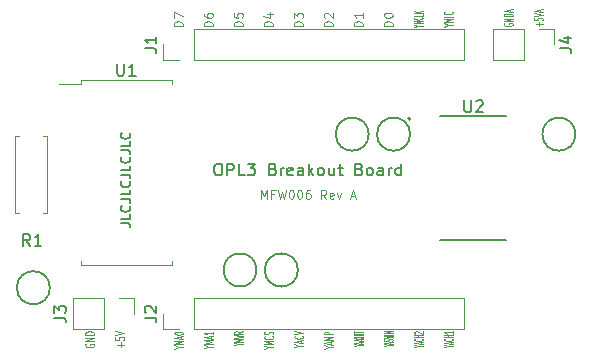
<source format=gbr>
G04 #@! TF.GenerationSoftware,KiCad,Pcbnew,(5.1.7-0-10_14)*
G04 #@! TF.CreationDate,2020-12-22T12:26:46-08:00*
G04 #@! TF.ProjectId,OPL3_breakout,4f504c33-5f62-4726-9561-6b6f75742e6b,1*
G04 #@! TF.SameCoordinates,Original*
G04 #@! TF.FileFunction,Legend,Top*
G04 #@! TF.FilePolarity,Positive*
%FSLAX46Y46*%
G04 Gerber Fmt 4.6, Leading zero omitted, Abs format (unit mm)*
G04 Created by KiCad (PCBNEW (5.1.7-0-10_14)) date 2020-12-22 12:26:46*
%MOMM*%
%LPD*%
G01*
G04 APERTURE LIST*
%ADD10C,0.100000*%
%ADD11C,0.062500*%
%ADD12C,0.075000*%
%ADD13C,0.150000*%
%ADD14C,0.120000*%
%ADD15C,0.127000*%
%ADD16C,0.200000*%
%ADD17C,2.000000*%
%ADD18O,1.600000X1.600000*%
%ADD19C,1.600000*%
%ADD20O,1.700000X1.700000*%
%ADD21R,1.700000X1.700000*%
%ADD22R,1.970000X0.610000*%
G04 APERTURE END LIST*
D10*
X137425000Y-111754047D02*
X137389285Y-111801666D01*
X137389285Y-111873095D01*
X137425000Y-111944523D01*
X137496428Y-111992142D01*
X137567857Y-112015952D01*
X137710714Y-112039761D01*
X137817857Y-112039761D01*
X137960714Y-112015952D01*
X138032142Y-111992142D01*
X138103571Y-111944523D01*
X138139285Y-111873095D01*
X138139285Y-111825476D01*
X138103571Y-111754047D01*
X138067857Y-111730238D01*
X137817857Y-111730238D01*
X137817857Y-111825476D01*
X138139285Y-111515952D02*
X137389285Y-111515952D01*
X138139285Y-111230238D01*
X137389285Y-111230238D01*
X138139285Y-110992142D02*
X137389285Y-110992142D01*
X137389285Y-110873095D01*
X137425000Y-110801666D01*
X137496428Y-110754047D01*
X137567857Y-110730238D01*
X137710714Y-110706428D01*
X137817857Y-110706428D01*
X137960714Y-110730238D01*
X138032142Y-110754047D01*
X138103571Y-110801666D01*
X138139285Y-110873095D01*
X138139285Y-110992142D01*
X140393571Y-112015952D02*
X140393571Y-111635000D01*
X140679285Y-111825476D02*
X140107857Y-111825476D01*
X139929285Y-111158809D02*
X139929285Y-111396904D01*
X140286428Y-111420714D01*
X140250714Y-111396904D01*
X140215000Y-111349285D01*
X140215000Y-111230238D01*
X140250714Y-111182619D01*
X140286428Y-111158809D01*
X140357857Y-111135000D01*
X140536428Y-111135000D01*
X140607857Y-111158809D01*
X140643571Y-111182619D01*
X140679285Y-111230238D01*
X140679285Y-111349285D01*
X140643571Y-111396904D01*
X140607857Y-111420714D01*
X139929285Y-110992142D02*
X140679285Y-110825476D01*
X139929285Y-110658809D01*
D11*
X160562142Y-111890625D02*
X160919285Y-111890625D01*
X160169285Y-111973958D02*
X160562142Y-111890625D01*
X160169285Y-111807291D01*
X160705000Y-111735863D02*
X160705000Y-111616815D01*
X160919285Y-111759672D02*
X160169285Y-111676339D01*
X160919285Y-111593005D01*
X160705000Y-111521577D02*
X160705000Y-111402529D01*
X160919285Y-111545386D02*
X160169285Y-111462053D01*
X160919285Y-111378720D01*
X160169285Y-111247767D02*
X160169285Y-111200148D01*
X160205000Y-111176339D01*
X160276428Y-111152529D01*
X160419285Y-111140625D01*
X160669285Y-111140625D01*
X160812142Y-111152529D01*
X160883571Y-111176339D01*
X160919285Y-111200148D01*
X160919285Y-111247767D01*
X160883571Y-111271577D01*
X160812142Y-111295386D01*
X160669285Y-111307291D01*
X160419285Y-111307291D01*
X160276428Y-111295386D01*
X160205000Y-111271577D01*
X160169285Y-111247767D01*
X160169285Y-111033482D02*
X160776428Y-111033482D01*
X160847857Y-111021577D01*
X160883571Y-111009672D01*
X160919285Y-110985863D01*
X160919285Y-110938244D01*
X160883571Y-110914434D01*
X160847857Y-110902529D01*
X160776428Y-110890625D01*
X160169285Y-110890625D01*
X160169285Y-110807291D02*
X160169285Y-110664434D01*
X160919285Y-110735863D02*
X160169285Y-110735863D01*
D12*
X152942142Y-112058273D02*
X153299285Y-112058273D01*
X152549285Y-112191607D02*
X152942142Y-112058273D01*
X152549285Y-111924940D01*
X153299285Y-111791607D02*
X152549285Y-111791607D01*
X153085000Y-111658273D01*
X152549285Y-111524940D01*
X153299285Y-111524940D01*
X153227857Y-111105892D02*
X153263571Y-111124940D01*
X153299285Y-111182083D01*
X153299285Y-111220178D01*
X153263571Y-111277321D01*
X153192142Y-111315416D01*
X153120714Y-111334464D01*
X152977857Y-111353511D01*
X152870714Y-111353511D01*
X152727857Y-111334464D01*
X152656428Y-111315416D01*
X152585000Y-111277321D01*
X152549285Y-111220178D01*
X152549285Y-111182083D01*
X152585000Y-111124940D01*
X152620714Y-111105892D01*
X153263571Y-110953511D02*
X153299285Y-110896369D01*
X153299285Y-110801130D01*
X153263571Y-110763035D01*
X153227857Y-110743988D01*
X153156428Y-110724940D01*
X153085000Y-110724940D01*
X153013571Y-110743988D01*
X152977857Y-110763035D01*
X152942142Y-110801130D01*
X152906428Y-110877321D01*
X152870714Y-110915416D01*
X152835000Y-110934464D01*
X152763571Y-110953511D01*
X152692142Y-110953511D01*
X152620714Y-110934464D01*
X152585000Y-110915416D01*
X152549285Y-110877321D01*
X152549285Y-110782083D01*
X152585000Y-110724940D01*
D11*
X163082142Y-111866815D02*
X163439285Y-111866815D01*
X162689285Y-111950148D02*
X163082142Y-111866815D01*
X162689285Y-111783482D01*
X163225000Y-111712053D02*
X163225000Y-111593005D01*
X163439285Y-111735863D02*
X162689285Y-111652529D01*
X163439285Y-111569196D01*
X163403571Y-111497767D02*
X163439285Y-111462053D01*
X163439285Y-111402529D01*
X163403571Y-111378720D01*
X163367857Y-111366815D01*
X163296428Y-111354910D01*
X163225000Y-111354910D01*
X163153571Y-111366815D01*
X163117857Y-111378720D01*
X163082142Y-111402529D01*
X163046428Y-111450148D01*
X163010714Y-111473958D01*
X162975000Y-111485863D01*
X162903571Y-111497767D01*
X162832142Y-111497767D01*
X162760714Y-111485863D01*
X162725000Y-111473958D01*
X162689285Y-111450148D01*
X162689285Y-111390625D01*
X162725000Y-111354910D01*
X162689285Y-111271577D02*
X163439285Y-111212053D01*
X162903571Y-111164434D01*
X163439285Y-111116815D01*
X162689285Y-111057291D01*
X163439285Y-110962053D02*
X162689285Y-110962053D01*
X163439285Y-110843005D02*
X162689285Y-110843005D01*
X163439285Y-110700148D01*
X162689285Y-110700148D01*
D12*
X147862142Y-112001130D02*
X148219285Y-112001130D01*
X147469285Y-112134464D02*
X147862142Y-112001130D01*
X147469285Y-111867797D01*
X148219285Y-111734464D02*
X147469285Y-111734464D01*
X148005000Y-111601130D01*
X147469285Y-111467797D01*
X148219285Y-111467797D01*
X148005000Y-111296369D02*
X148005000Y-111105892D01*
X148219285Y-111334464D02*
X147469285Y-111201130D01*
X148219285Y-111067797D01*
X148219285Y-110724940D02*
X148219285Y-110953511D01*
X148219285Y-110839226D02*
X147469285Y-110839226D01*
X147576428Y-110877321D01*
X147647857Y-110915416D01*
X147683571Y-110953511D01*
D10*
X145322142Y-112017380D02*
X145679285Y-112017380D01*
X144929285Y-112150714D02*
X145322142Y-112017380D01*
X144929285Y-111884047D01*
X145679285Y-111750714D02*
X144929285Y-111750714D01*
X145465000Y-111617380D01*
X144929285Y-111484047D01*
X145679285Y-111484047D01*
X145465000Y-111312619D02*
X145465000Y-111122142D01*
X145679285Y-111350714D02*
X144929285Y-111217380D01*
X145679285Y-111084047D01*
X144929285Y-110874523D02*
X144929285Y-110836428D01*
X144965000Y-110798333D01*
X145000714Y-110779285D01*
X145072142Y-110760238D01*
X145215000Y-110741190D01*
X145393571Y-110741190D01*
X145536428Y-110760238D01*
X145607857Y-110779285D01*
X145643571Y-110798333D01*
X145679285Y-110836428D01*
X145679285Y-110874523D01*
X145643571Y-110912619D01*
X145607857Y-110931666D01*
X145536428Y-110950714D01*
X145393571Y-110969761D01*
X145215000Y-110969761D01*
X145072142Y-110950714D01*
X145000714Y-110931666D01*
X144965000Y-110912619D01*
X144929285Y-110874523D01*
D12*
X158022142Y-112020178D02*
X158379285Y-112020178D01*
X157629285Y-112153511D02*
X158022142Y-112020178D01*
X157629285Y-111886845D01*
X158165000Y-111772559D02*
X158165000Y-111582083D01*
X158379285Y-111810654D02*
X157629285Y-111677321D01*
X158379285Y-111543988D01*
X158379285Y-111410654D02*
X157629285Y-111410654D01*
X158165000Y-111277321D01*
X157629285Y-111143988D01*
X158379285Y-111143988D01*
X158379285Y-110953511D02*
X157629285Y-110953511D01*
X157629285Y-110801130D01*
X157665000Y-110763035D01*
X157700714Y-110743988D01*
X157772142Y-110724940D01*
X157879285Y-110724940D01*
X157950714Y-110743988D01*
X157986428Y-110763035D01*
X158022142Y-110801130D01*
X158022142Y-110953511D01*
X155482142Y-111905892D02*
X155839285Y-111905892D01*
X155089285Y-112039226D02*
X155482142Y-111905892D01*
X155089285Y-111772559D01*
X155625000Y-111658273D02*
X155625000Y-111467797D01*
X155839285Y-111696369D02*
X155089285Y-111563035D01*
X155839285Y-111429702D01*
X155767857Y-111067797D02*
X155803571Y-111086845D01*
X155839285Y-111143988D01*
X155839285Y-111182083D01*
X155803571Y-111239226D01*
X155732142Y-111277321D01*
X155660714Y-111296369D01*
X155517857Y-111315416D01*
X155410714Y-111315416D01*
X155267857Y-111296369D01*
X155196428Y-111277321D01*
X155125000Y-111239226D01*
X155089285Y-111182083D01*
X155089285Y-111143988D01*
X155125000Y-111086845D01*
X155160714Y-111067797D01*
X155089285Y-110953511D02*
X155839285Y-110820178D01*
X155089285Y-110686845D01*
X168182142Y-111934464D02*
X168539285Y-111934464D01*
X167789285Y-112034464D02*
X168182142Y-111934464D01*
X167789285Y-111834464D01*
X168325000Y-111748750D02*
X168325000Y-111605892D01*
X168539285Y-111777321D02*
X167789285Y-111677321D01*
X168539285Y-111577321D01*
X168467857Y-111305892D02*
X168503571Y-111320178D01*
X168539285Y-111363035D01*
X168539285Y-111391607D01*
X168503571Y-111434464D01*
X168432142Y-111463035D01*
X168360714Y-111477321D01*
X168217857Y-111491607D01*
X168110714Y-111491607D01*
X167967857Y-111477321D01*
X167896428Y-111463035D01*
X167825000Y-111434464D01*
X167789285Y-111391607D01*
X167789285Y-111363035D01*
X167825000Y-111320178D01*
X167860714Y-111305892D01*
X168539285Y-111177321D02*
X167789285Y-111177321D01*
X168146428Y-111177321D02*
X168146428Y-111005892D01*
X168539285Y-111005892D02*
X167789285Y-111005892D01*
X168539285Y-110705892D02*
X168539285Y-110877321D01*
X168539285Y-110791607D02*
X167789285Y-110791607D01*
X167896428Y-110820178D01*
X167967857Y-110848750D01*
X168003571Y-110877321D01*
X165642142Y-111934464D02*
X165999285Y-111934464D01*
X165249285Y-112034464D02*
X165642142Y-111934464D01*
X165249285Y-111834464D01*
X165785000Y-111748750D02*
X165785000Y-111605892D01*
X165999285Y-111777321D02*
X165249285Y-111677321D01*
X165999285Y-111577321D01*
X165927857Y-111305892D02*
X165963571Y-111320178D01*
X165999285Y-111363035D01*
X165999285Y-111391607D01*
X165963571Y-111434464D01*
X165892142Y-111463035D01*
X165820714Y-111477321D01*
X165677857Y-111491607D01*
X165570714Y-111491607D01*
X165427857Y-111477321D01*
X165356428Y-111463035D01*
X165285000Y-111434464D01*
X165249285Y-111391607D01*
X165249285Y-111363035D01*
X165285000Y-111320178D01*
X165320714Y-111305892D01*
X165999285Y-111177321D02*
X165249285Y-111177321D01*
X165606428Y-111177321D02*
X165606428Y-111005892D01*
X165999285Y-111005892D02*
X165249285Y-111005892D01*
X165320714Y-110877321D02*
X165285000Y-110863035D01*
X165249285Y-110834464D01*
X165249285Y-110763035D01*
X165285000Y-110734464D01*
X165320714Y-110720178D01*
X165392142Y-110705892D01*
X165463571Y-110705892D01*
X165570714Y-110720178D01*
X165999285Y-110891607D01*
X165999285Y-110705892D01*
X150402142Y-111763035D02*
X150759285Y-111763035D01*
X150009285Y-111863035D02*
X150402142Y-111763035D01*
X150009285Y-111663035D01*
X150759285Y-111563035D02*
X150009285Y-111563035D01*
X150545000Y-111463035D01*
X150009285Y-111363035D01*
X150759285Y-111363035D01*
X150009285Y-111248750D02*
X150759285Y-111177321D01*
X150223571Y-111120178D01*
X150759285Y-111063035D01*
X150009285Y-110991607D01*
X150759285Y-110705892D02*
X150402142Y-110805892D01*
X150759285Y-110877321D02*
X150009285Y-110877321D01*
X150009285Y-110763035D01*
X150045000Y-110734464D01*
X150080714Y-110720178D01*
X150152142Y-110705892D01*
X150259285Y-110705892D01*
X150330714Y-110720178D01*
X150366428Y-110734464D01*
X150402142Y-110763035D01*
X150402142Y-110877321D01*
D10*
X175833571Y-84839761D02*
X175833571Y-84535000D01*
X176119285Y-84687380D02*
X175547857Y-84687380D01*
X175369285Y-84154047D02*
X175369285Y-84344523D01*
X175726428Y-84363571D01*
X175690714Y-84344523D01*
X175655000Y-84306428D01*
X175655000Y-84211190D01*
X175690714Y-84173095D01*
X175726428Y-84154047D01*
X175797857Y-84135000D01*
X175976428Y-84135000D01*
X176047857Y-84154047D01*
X176083571Y-84173095D01*
X176119285Y-84211190D01*
X176119285Y-84306428D01*
X176083571Y-84344523D01*
X176047857Y-84363571D01*
X175369285Y-84020714D02*
X176119285Y-83887380D01*
X175369285Y-83754047D01*
X175905000Y-83639761D02*
X175905000Y-83449285D01*
X176119285Y-83677857D02*
X175369285Y-83544523D01*
X176119285Y-83411190D01*
X172865000Y-84630238D02*
X172829285Y-84668333D01*
X172829285Y-84725476D01*
X172865000Y-84782619D01*
X172936428Y-84820714D01*
X173007857Y-84839761D01*
X173150714Y-84858809D01*
X173257857Y-84858809D01*
X173400714Y-84839761D01*
X173472142Y-84820714D01*
X173543571Y-84782619D01*
X173579285Y-84725476D01*
X173579285Y-84687380D01*
X173543571Y-84630238D01*
X173507857Y-84611190D01*
X173257857Y-84611190D01*
X173257857Y-84687380D01*
X173579285Y-84439761D02*
X172829285Y-84439761D01*
X173579285Y-84211190D01*
X172829285Y-84211190D01*
X173579285Y-84020714D02*
X172829285Y-84020714D01*
X172829285Y-83925476D01*
X172865000Y-83868333D01*
X172936428Y-83830238D01*
X173007857Y-83811190D01*
X173150714Y-83792142D01*
X173257857Y-83792142D01*
X173400714Y-83811190D01*
X173472142Y-83830238D01*
X173543571Y-83868333D01*
X173579285Y-83925476D01*
X173579285Y-84020714D01*
X173365000Y-83639761D02*
X173365000Y-83449285D01*
X173579285Y-83677857D02*
X172829285Y-83544523D01*
X173579285Y-83411190D01*
X168142142Y-84763571D02*
X168499285Y-84763571D01*
X167749285Y-84896904D02*
X168142142Y-84763571D01*
X167749285Y-84630238D01*
X168499285Y-84496904D02*
X167749285Y-84496904D01*
X168285000Y-84363571D01*
X167749285Y-84230238D01*
X168499285Y-84230238D01*
X168499285Y-84039761D02*
X167749285Y-84039761D01*
X168427857Y-83620714D02*
X168463571Y-83639761D01*
X168499285Y-83696904D01*
X168499285Y-83735000D01*
X168463571Y-83792142D01*
X168392142Y-83830238D01*
X168320714Y-83849285D01*
X168177857Y-83868333D01*
X168070714Y-83868333D01*
X167927857Y-83849285D01*
X167856428Y-83830238D01*
X167785000Y-83792142D01*
X167749285Y-83735000D01*
X167749285Y-83696904D01*
X167785000Y-83639761D01*
X167820714Y-83620714D01*
D12*
X165602142Y-84822678D02*
X165959285Y-84822678D01*
X165209285Y-84922678D02*
X165602142Y-84822678D01*
X165209285Y-84722678D01*
X165959285Y-84622678D02*
X165209285Y-84622678D01*
X165745000Y-84522678D01*
X165209285Y-84422678D01*
X165959285Y-84422678D01*
X165887857Y-84108392D02*
X165923571Y-84122678D01*
X165959285Y-84165535D01*
X165959285Y-84194107D01*
X165923571Y-84236964D01*
X165852142Y-84265535D01*
X165780714Y-84279821D01*
X165637857Y-84294107D01*
X165530714Y-84294107D01*
X165387857Y-84279821D01*
X165316428Y-84265535D01*
X165245000Y-84236964D01*
X165209285Y-84194107D01*
X165209285Y-84165535D01*
X165245000Y-84122678D01*
X165280714Y-84108392D01*
X165959285Y-83836964D02*
X165959285Y-83979821D01*
X165209285Y-83979821D01*
X165959285Y-83736964D02*
X165209285Y-83736964D01*
X165959285Y-83565535D02*
X165530714Y-83694107D01*
X165209285Y-83565535D02*
X165637857Y-83736964D01*
D10*
X163419285Y-84856428D02*
X162669285Y-84856428D01*
X162669285Y-84677857D01*
X162705000Y-84570714D01*
X162776428Y-84499285D01*
X162847857Y-84463571D01*
X162990714Y-84427857D01*
X163097857Y-84427857D01*
X163240714Y-84463571D01*
X163312142Y-84499285D01*
X163383571Y-84570714D01*
X163419285Y-84677857D01*
X163419285Y-84856428D01*
X162669285Y-83963571D02*
X162669285Y-83892142D01*
X162705000Y-83820714D01*
X162740714Y-83785000D01*
X162812142Y-83749285D01*
X162955000Y-83713571D01*
X163133571Y-83713571D01*
X163276428Y-83749285D01*
X163347857Y-83785000D01*
X163383571Y-83820714D01*
X163419285Y-83892142D01*
X163419285Y-83963571D01*
X163383571Y-84035000D01*
X163347857Y-84070714D01*
X163276428Y-84106428D01*
X163133571Y-84142142D01*
X162955000Y-84142142D01*
X162812142Y-84106428D01*
X162740714Y-84070714D01*
X162705000Y-84035000D01*
X162669285Y-83963571D01*
X160879285Y-84856428D02*
X160129285Y-84856428D01*
X160129285Y-84677857D01*
X160165000Y-84570714D01*
X160236428Y-84499285D01*
X160307857Y-84463571D01*
X160450714Y-84427857D01*
X160557857Y-84427857D01*
X160700714Y-84463571D01*
X160772142Y-84499285D01*
X160843571Y-84570714D01*
X160879285Y-84677857D01*
X160879285Y-84856428D01*
X160879285Y-83713571D02*
X160879285Y-84142142D01*
X160879285Y-83927857D02*
X160129285Y-83927857D01*
X160236428Y-83999285D01*
X160307857Y-84070714D01*
X160343571Y-84142142D01*
X158339285Y-84856428D02*
X157589285Y-84856428D01*
X157589285Y-84677857D01*
X157625000Y-84570714D01*
X157696428Y-84499285D01*
X157767857Y-84463571D01*
X157910714Y-84427857D01*
X158017857Y-84427857D01*
X158160714Y-84463571D01*
X158232142Y-84499285D01*
X158303571Y-84570714D01*
X158339285Y-84677857D01*
X158339285Y-84856428D01*
X157660714Y-84142142D02*
X157625000Y-84106428D01*
X157589285Y-84035000D01*
X157589285Y-83856428D01*
X157625000Y-83785000D01*
X157660714Y-83749285D01*
X157732142Y-83713571D01*
X157803571Y-83713571D01*
X157910714Y-83749285D01*
X158339285Y-84177857D01*
X158339285Y-83713571D01*
X155799285Y-84856428D02*
X155049285Y-84856428D01*
X155049285Y-84677857D01*
X155085000Y-84570714D01*
X155156428Y-84499285D01*
X155227857Y-84463571D01*
X155370714Y-84427857D01*
X155477857Y-84427857D01*
X155620714Y-84463571D01*
X155692142Y-84499285D01*
X155763571Y-84570714D01*
X155799285Y-84677857D01*
X155799285Y-84856428D01*
X155049285Y-84177857D02*
X155049285Y-83713571D01*
X155335000Y-83963571D01*
X155335000Y-83856428D01*
X155370714Y-83785000D01*
X155406428Y-83749285D01*
X155477857Y-83713571D01*
X155656428Y-83713571D01*
X155727857Y-83749285D01*
X155763571Y-83785000D01*
X155799285Y-83856428D01*
X155799285Y-84070714D01*
X155763571Y-84142142D01*
X155727857Y-84177857D01*
X153259285Y-84856428D02*
X152509285Y-84856428D01*
X152509285Y-84677857D01*
X152545000Y-84570714D01*
X152616428Y-84499285D01*
X152687857Y-84463571D01*
X152830714Y-84427857D01*
X152937857Y-84427857D01*
X153080714Y-84463571D01*
X153152142Y-84499285D01*
X153223571Y-84570714D01*
X153259285Y-84677857D01*
X153259285Y-84856428D01*
X152759285Y-83785000D02*
X153259285Y-83785000D01*
X152473571Y-83963571D02*
X153009285Y-84142142D01*
X153009285Y-83677857D01*
X150719285Y-84856428D02*
X149969285Y-84856428D01*
X149969285Y-84677857D01*
X150005000Y-84570714D01*
X150076428Y-84499285D01*
X150147857Y-84463571D01*
X150290714Y-84427857D01*
X150397857Y-84427857D01*
X150540714Y-84463571D01*
X150612142Y-84499285D01*
X150683571Y-84570714D01*
X150719285Y-84677857D01*
X150719285Y-84856428D01*
X149969285Y-83749285D02*
X149969285Y-84106428D01*
X150326428Y-84142142D01*
X150290714Y-84106428D01*
X150255000Y-84035000D01*
X150255000Y-83856428D01*
X150290714Y-83785000D01*
X150326428Y-83749285D01*
X150397857Y-83713571D01*
X150576428Y-83713571D01*
X150647857Y-83749285D01*
X150683571Y-83785000D01*
X150719285Y-83856428D01*
X150719285Y-84035000D01*
X150683571Y-84106428D01*
X150647857Y-84142142D01*
X148179285Y-84856428D02*
X147429285Y-84856428D01*
X147429285Y-84677857D01*
X147465000Y-84570714D01*
X147536428Y-84499285D01*
X147607857Y-84463571D01*
X147750714Y-84427857D01*
X147857857Y-84427857D01*
X148000714Y-84463571D01*
X148072142Y-84499285D01*
X148143571Y-84570714D01*
X148179285Y-84677857D01*
X148179285Y-84856428D01*
X147429285Y-83785000D02*
X147429285Y-83927857D01*
X147465000Y-83999285D01*
X147500714Y-84035000D01*
X147607857Y-84106428D01*
X147750714Y-84142142D01*
X148036428Y-84142142D01*
X148107857Y-84106428D01*
X148143571Y-84070714D01*
X148179285Y-83999285D01*
X148179285Y-83856428D01*
X148143571Y-83785000D01*
X148107857Y-83749285D01*
X148036428Y-83713571D01*
X147857857Y-83713571D01*
X147786428Y-83749285D01*
X147750714Y-83785000D01*
X147715000Y-83856428D01*
X147715000Y-83999285D01*
X147750714Y-84070714D01*
X147786428Y-84106428D01*
X147857857Y-84142142D01*
X145639285Y-84856428D02*
X144889285Y-84856428D01*
X144889285Y-84677857D01*
X144925000Y-84570714D01*
X144996428Y-84499285D01*
X145067857Y-84463571D01*
X145210714Y-84427857D01*
X145317857Y-84427857D01*
X145460714Y-84463571D01*
X145532142Y-84499285D01*
X145603571Y-84570714D01*
X145639285Y-84677857D01*
X145639285Y-84856428D01*
X144889285Y-84177857D02*
X144889285Y-83677857D01*
X145639285Y-83999285D01*
X152307571Y-99469285D02*
X152307571Y-98719285D01*
X152557571Y-99255000D01*
X152807571Y-98719285D01*
X152807571Y-99469285D01*
X153414714Y-99076428D02*
X153164714Y-99076428D01*
X153164714Y-99469285D02*
X153164714Y-98719285D01*
X153521857Y-98719285D01*
X153736142Y-98719285D02*
X153914714Y-99469285D01*
X154057571Y-98933571D01*
X154200428Y-99469285D01*
X154379000Y-98719285D01*
X154807571Y-98719285D02*
X154879000Y-98719285D01*
X154950428Y-98755000D01*
X154986142Y-98790714D01*
X155021857Y-98862142D01*
X155057571Y-99005000D01*
X155057571Y-99183571D01*
X155021857Y-99326428D01*
X154986142Y-99397857D01*
X154950428Y-99433571D01*
X154879000Y-99469285D01*
X154807571Y-99469285D01*
X154736142Y-99433571D01*
X154700428Y-99397857D01*
X154664714Y-99326428D01*
X154629000Y-99183571D01*
X154629000Y-99005000D01*
X154664714Y-98862142D01*
X154700428Y-98790714D01*
X154736142Y-98755000D01*
X154807571Y-98719285D01*
X155521857Y-98719285D02*
X155593285Y-98719285D01*
X155664714Y-98755000D01*
X155700428Y-98790714D01*
X155736142Y-98862142D01*
X155771857Y-99005000D01*
X155771857Y-99183571D01*
X155736142Y-99326428D01*
X155700428Y-99397857D01*
X155664714Y-99433571D01*
X155593285Y-99469285D01*
X155521857Y-99469285D01*
X155450428Y-99433571D01*
X155414714Y-99397857D01*
X155379000Y-99326428D01*
X155343285Y-99183571D01*
X155343285Y-99005000D01*
X155379000Y-98862142D01*
X155414714Y-98790714D01*
X155450428Y-98755000D01*
X155521857Y-98719285D01*
X156414714Y-98719285D02*
X156271857Y-98719285D01*
X156200428Y-98755000D01*
X156164714Y-98790714D01*
X156093285Y-98897857D01*
X156057571Y-99040714D01*
X156057571Y-99326428D01*
X156093285Y-99397857D01*
X156129000Y-99433571D01*
X156200428Y-99469285D01*
X156343285Y-99469285D01*
X156414714Y-99433571D01*
X156450428Y-99397857D01*
X156486142Y-99326428D01*
X156486142Y-99147857D01*
X156450428Y-99076428D01*
X156414714Y-99040714D01*
X156343285Y-99005000D01*
X156200428Y-99005000D01*
X156129000Y-99040714D01*
X156093285Y-99076428D01*
X156057571Y-99147857D01*
X157807571Y-99469285D02*
X157557571Y-99112142D01*
X157379000Y-99469285D02*
X157379000Y-98719285D01*
X157664714Y-98719285D01*
X157736142Y-98755000D01*
X157771857Y-98790714D01*
X157807571Y-98862142D01*
X157807571Y-98969285D01*
X157771857Y-99040714D01*
X157736142Y-99076428D01*
X157664714Y-99112142D01*
X157379000Y-99112142D01*
X158414714Y-99433571D02*
X158343285Y-99469285D01*
X158200428Y-99469285D01*
X158129000Y-99433571D01*
X158093285Y-99362142D01*
X158093285Y-99076428D01*
X158129000Y-99005000D01*
X158200428Y-98969285D01*
X158343285Y-98969285D01*
X158414714Y-99005000D01*
X158450428Y-99076428D01*
X158450428Y-99147857D01*
X158093285Y-99219285D01*
X158700428Y-98969285D02*
X158879000Y-99469285D01*
X159057571Y-98969285D01*
X159879000Y-99255000D02*
X160236142Y-99255000D01*
X159807571Y-99469285D02*
X160057571Y-98719285D01*
X160307571Y-99469285D01*
D13*
X148563523Y-96492380D02*
X148754000Y-96492380D01*
X148849238Y-96540000D01*
X148944476Y-96635238D01*
X148992095Y-96825714D01*
X148992095Y-97159047D01*
X148944476Y-97349523D01*
X148849238Y-97444761D01*
X148754000Y-97492380D01*
X148563523Y-97492380D01*
X148468285Y-97444761D01*
X148373047Y-97349523D01*
X148325428Y-97159047D01*
X148325428Y-96825714D01*
X148373047Y-96635238D01*
X148468285Y-96540000D01*
X148563523Y-96492380D01*
X149420666Y-97492380D02*
X149420666Y-96492380D01*
X149801619Y-96492380D01*
X149896857Y-96540000D01*
X149944476Y-96587619D01*
X149992095Y-96682857D01*
X149992095Y-96825714D01*
X149944476Y-96920952D01*
X149896857Y-96968571D01*
X149801619Y-97016190D01*
X149420666Y-97016190D01*
X150896857Y-97492380D02*
X150420666Y-97492380D01*
X150420666Y-96492380D01*
X151134952Y-96492380D02*
X151754000Y-96492380D01*
X151420666Y-96873333D01*
X151563523Y-96873333D01*
X151658761Y-96920952D01*
X151706380Y-96968571D01*
X151754000Y-97063809D01*
X151754000Y-97301904D01*
X151706380Y-97397142D01*
X151658761Y-97444761D01*
X151563523Y-97492380D01*
X151277809Y-97492380D01*
X151182571Y-97444761D01*
X151134952Y-97397142D01*
X153277809Y-96968571D02*
X153420666Y-97016190D01*
X153468285Y-97063809D01*
X153515904Y-97159047D01*
X153515904Y-97301904D01*
X153468285Y-97397142D01*
X153420666Y-97444761D01*
X153325428Y-97492380D01*
X152944476Y-97492380D01*
X152944476Y-96492380D01*
X153277809Y-96492380D01*
X153373047Y-96540000D01*
X153420666Y-96587619D01*
X153468285Y-96682857D01*
X153468285Y-96778095D01*
X153420666Y-96873333D01*
X153373047Y-96920952D01*
X153277809Y-96968571D01*
X152944476Y-96968571D01*
X153944476Y-97492380D02*
X153944476Y-96825714D01*
X153944476Y-97016190D02*
X153992095Y-96920952D01*
X154039714Y-96873333D01*
X154134952Y-96825714D01*
X154230190Y-96825714D01*
X154944476Y-97444761D02*
X154849238Y-97492380D01*
X154658761Y-97492380D01*
X154563523Y-97444761D01*
X154515904Y-97349523D01*
X154515904Y-96968571D01*
X154563523Y-96873333D01*
X154658761Y-96825714D01*
X154849238Y-96825714D01*
X154944476Y-96873333D01*
X154992095Y-96968571D01*
X154992095Y-97063809D01*
X154515904Y-97159047D01*
X155849238Y-97492380D02*
X155849238Y-96968571D01*
X155801619Y-96873333D01*
X155706380Y-96825714D01*
X155515904Y-96825714D01*
X155420666Y-96873333D01*
X155849238Y-97444761D02*
X155754000Y-97492380D01*
X155515904Y-97492380D01*
X155420666Y-97444761D01*
X155373047Y-97349523D01*
X155373047Y-97254285D01*
X155420666Y-97159047D01*
X155515904Y-97111428D01*
X155754000Y-97111428D01*
X155849238Y-97063809D01*
X156325428Y-97492380D02*
X156325428Y-96492380D01*
X156420666Y-97111428D02*
X156706380Y-97492380D01*
X156706380Y-96825714D02*
X156325428Y-97206666D01*
X157277809Y-97492380D02*
X157182571Y-97444761D01*
X157134952Y-97397142D01*
X157087333Y-97301904D01*
X157087333Y-97016190D01*
X157134952Y-96920952D01*
X157182571Y-96873333D01*
X157277809Y-96825714D01*
X157420666Y-96825714D01*
X157515904Y-96873333D01*
X157563523Y-96920952D01*
X157611142Y-97016190D01*
X157611142Y-97301904D01*
X157563523Y-97397142D01*
X157515904Y-97444761D01*
X157420666Y-97492380D01*
X157277809Y-97492380D01*
X158468285Y-96825714D02*
X158468285Y-97492380D01*
X158039714Y-96825714D02*
X158039714Y-97349523D01*
X158087333Y-97444761D01*
X158182571Y-97492380D01*
X158325428Y-97492380D01*
X158420666Y-97444761D01*
X158468285Y-97397142D01*
X158801619Y-96825714D02*
X159182571Y-96825714D01*
X158944476Y-96492380D02*
X158944476Y-97349523D01*
X158992095Y-97444761D01*
X159087333Y-97492380D01*
X159182571Y-97492380D01*
X160611142Y-96968571D02*
X160754000Y-97016190D01*
X160801619Y-97063809D01*
X160849238Y-97159047D01*
X160849238Y-97301904D01*
X160801619Y-97397142D01*
X160754000Y-97444761D01*
X160658761Y-97492380D01*
X160277809Y-97492380D01*
X160277809Y-96492380D01*
X160611142Y-96492380D01*
X160706380Y-96540000D01*
X160754000Y-96587619D01*
X160801619Y-96682857D01*
X160801619Y-96778095D01*
X160754000Y-96873333D01*
X160706380Y-96920952D01*
X160611142Y-96968571D01*
X160277809Y-96968571D01*
X161420666Y-97492380D02*
X161325428Y-97444761D01*
X161277809Y-97397142D01*
X161230190Y-97301904D01*
X161230190Y-97016190D01*
X161277809Y-96920952D01*
X161325428Y-96873333D01*
X161420666Y-96825714D01*
X161563523Y-96825714D01*
X161658761Y-96873333D01*
X161706380Y-96920952D01*
X161754000Y-97016190D01*
X161754000Y-97301904D01*
X161706380Y-97397142D01*
X161658761Y-97444761D01*
X161563523Y-97492380D01*
X161420666Y-97492380D01*
X162611142Y-97492380D02*
X162611142Y-96968571D01*
X162563523Y-96873333D01*
X162468285Y-96825714D01*
X162277809Y-96825714D01*
X162182571Y-96873333D01*
X162611142Y-97444761D02*
X162515904Y-97492380D01*
X162277809Y-97492380D01*
X162182571Y-97444761D01*
X162134952Y-97349523D01*
X162134952Y-97254285D01*
X162182571Y-97159047D01*
X162277809Y-97111428D01*
X162515904Y-97111428D01*
X162611142Y-97063809D01*
X163087333Y-97492380D02*
X163087333Y-96825714D01*
X163087333Y-97016190D02*
X163134952Y-96920952D01*
X163182571Y-96873333D01*
X163277809Y-96825714D01*
X163373047Y-96825714D01*
X164134952Y-97492380D02*
X164134952Y-96492380D01*
X164134952Y-97444761D02*
X164039714Y-97492380D01*
X163849238Y-97492380D01*
X163754000Y-97444761D01*
X163706380Y-97397142D01*
X163658761Y-97301904D01*
X163658761Y-97016190D01*
X163706380Y-96920952D01*
X163754000Y-96873333D01*
X163849238Y-96825714D01*
X164039714Y-96825714D01*
X164134952Y-96873333D01*
X140423904Y-101541238D02*
X140995333Y-101541238D01*
X141109619Y-101579333D01*
X141185809Y-101655523D01*
X141223904Y-101769809D01*
X141223904Y-101846000D01*
X141223904Y-100779333D02*
X141223904Y-101160285D01*
X140423904Y-101160285D01*
X141147714Y-100055523D02*
X141185809Y-100093619D01*
X141223904Y-100207904D01*
X141223904Y-100284095D01*
X141185809Y-100398380D01*
X141109619Y-100474571D01*
X141033428Y-100512666D01*
X140881047Y-100550761D01*
X140766761Y-100550761D01*
X140614380Y-100512666D01*
X140538190Y-100474571D01*
X140462000Y-100398380D01*
X140423904Y-100284095D01*
X140423904Y-100207904D01*
X140462000Y-100093619D01*
X140500095Y-100055523D01*
X140423904Y-99484095D02*
X140995333Y-99484095D01*
X141109619Y-99522190D01*
X141185809Y-99598380D01*
X141223904Y-99712666D01*
X141223904Y-99788857D01*
X141223904Y-98722190D02*
X141223904Y-99103142D01*
X140423904Y-99103142D01*
X141147714Y-97998380D02*
X141185809Y-98036476D01*
X141223904Y-98150761D01*
X141223904Y-98226952D01*
X141185809Y-98341238D01*
X141109619Y-98417428D01*
X141033428Y-98455523D01*
X140881047Y-98493619D01*
X140766761Y-98493619D01*
X140614380Y-98455523D01*
X140538190Y-98417428D01*
X140462000Y-98341238D01*
X140423904Y-98226952D01*
X140423904Y-98150761D01*
X140462000Y-98036476D01*
X140500095Y-97998380D01*
X140423904Y-97426952D02*
X140995333Y-97426952D01*
X141109619Y-97465047D01*
X141185809Y-97541238D01*
X141223904Y-97655523D01*
X141223904Y-97731714D01*
X141223904Y-96665047D02*
X141223904Y-97046000D01*
X140423904Y-97046000D01*
X141147714Y-95941238D02*
X141185809Y-95979333D01*
X141223904Y-96093619D01*
X141223904Y-96169809D01*
X141185809Y-96284095D01*
X141109619Y-96360285D01*
X141033428Y-96398380D01*
X140881047Y-96436476D01*
X140766761Y-96436476D01*
X140614380Y-96398380D01*
X140538190Y-96360285D01*
X140462000Y-96284095D01*
X140423904Y-96169809D01*
X140423904Y-96093619D01*
X140462000Y-95979333D01*
X140500095Y-95941238D01*
X140423904Y-95369809D02*
X140995333Y-95369809D01*
X141109619Y-95407904D01*
X141185809Y-95484095D01*
X141223904Y-95598380D01*
X141223904Y-95674571D01*
X141223904Y-94607904D02*
X141223904Y-94988857D01*
X140423904Y-94988857D01*
X141147714Y-93884095D02*
X141185809Y-93922190D01*
X141223904Y-94036476D01*
X141223904Y-94112666D01*
X141185809Y-94226952D01*
X141109619Y-94303142D01*
X141033428Y-94341238D01*
X140881047Y-94379333D01*
X140766761Y-94379333D01*
X140614380Y-94341238D01*
X140538190Y-94303142D01*
X140462000Y-94226952D01*
X140423904Y-94112666D01*
X140423904Y-94036476D01*
X140462000Y-93922190D01*
X140500095Y-93884095D01*
X151900000Y-105500000D02*
G75*
G03*
X151900000Y-105500000I-1400000J0D01*
G01*
X155400000Y-105500000D02*
G75*
G03*
X155400000Y-105500000I-1400000J0D01*
G01*
X134400000Y-107000000D02*
G75*
G03*
X134400000Y-107000000I-1400000J0D01*
G01*
X178900000Y-94000000D02*
G75*
G03*
X178900000Y-94000000I-1400000J0D01*
G01*
X161400000Y-94000000D02*
G75*
G03*
X161400000Y-94000000I-1400000J0D01*
G01*
X164900000Y-94000000D02*
G75*
G03*
X164900000Y-94000000I-1400000J0D01*
G01*
D14*
X131430000Y-100680000D02*
X131760000Y-100680000D01*
X131430000Y-94140000D02*
X131430000Y-100680000D01*
X131760000Y-94140000D02*
X131430000Y-94140000D01*
X134170000Y-100680000D02*
X133840000Y-100680000D01*
X134170000Y-94140000D02*
X134170000Y-100680000D01*
X133840000Y-94140000D02*
X134170000Y-94140000D01*
X177110000Y-85070000D02*
X177110000Y-86400000D01*
X175780000Y-85070000D02*
X177110000Y-85070000D01*
X174510000Y-85070000D02*
X174510000Y-87730000D01*
X174510000Y-87730000D02*
X171910000Y-87730000D01*
X174510000Y-85070000D02*
X171910000Y-85070000D01*
X171910000Y-85070000D02*
X171910000Y-87730000D01*
X141550000Y-107870000D02*
X141550000Y-109200000D01*
X140220000Y-107870000D02*
X141550000Y-107870000D01*
X138950000Y-107870000D02*
X138950000Y-110530000D01*
X138950000Y-110530000D02*
X136350000Y-110530000D01*
X138950000Y-107870000D02*
X136350000Y-107870000D01*
X136350000Y-107870000D02*
X136350000Y-110530000D01*
X143970000Y-110530000D02*
X143970000Y-109200000D01*
X145300000Y-110530000D02*
X143970000Y-110530000D01*
X146570000Y-110530000D02*
X146570000Y-107870000D01*
X146570000Y-107870000D02*
X169490000Y-107870000D01*
X146570000Y-110530000D02*
X169490000Y-110530000D01*
X169490000Y-110530000D02*
X169490000Y-107870000D01*
X143970000Y-87730000D02*
X143970000Y-86400000D01*
X145300000Y-87730000D02*
X143970000Y-87730000D01*
X146570000Y-87730000D02*
X146570000Y-85070000D01*
X146570000Y-85070000D02*
X169490000Y-85070000D01*
X146570000Y-87730000D02*
X169490000Y-87730000D01*
X169490000Y-87730000D02*
X169490000Y-85070000D01*
D15*
X167462000Y-102996000D02*
X173062000Y-102996000D01*
X167462000Y-92496000D02*
X173062000Y-92496000D01*
D16*
X164927000Y-92691000D02*
G75*
G03*
X164927000Y-92691000I-100000J0D01*
G01*
D14*
X137002000Y-89726000D02*
X135212000Y-89726000D01*
X137002000Y-89436000D02*
X137002000Y-89726000D01*
X140862000Y-89436000D02*
X137002000Y-89436000D01*
X144722000Y-89436000D02*
X144722000Y-89726000D01*
X140862000Y-89436000D02*
X144722000Y-89436000D01*
X137002000Y-105056000D02*
X137002000Y-104766000D01*
X140862000Y-105056000D02*
X137002000Y-105056000D01*
X144722000Y-105056000D02*
X144722000Y-104766000D01*
X140862000Y-105056000D02*
X144722000Y-105056000D01*
D13*
X132733333Y-103452380D02*
X132400000Y-102976190D01*
X132161904Y-103452380D02*
X132161904Y-102452380D01*
X132542857Y-102452380D01*
X132638095Y-102500000D01*
X132685714Y-102547619D01*
X132733333Y-102642857D01*
X132733333Y-102785714D01*
X132685714Y-102880952D01*
X132638095Y-102928571D01*
X132542857Y-102976190D01*
X132161904Y-102976190D01*
X133685714Y-103452380D02*
X133114285Y-103452380D01*
X133400000Y-103452380D02*
X133400000Y-102452380D01*
X133304761Y-102595238D01*
X133209523Y-102690476D01*
X133114285Y-102738095D01*
X177562380Y-86733333D02*
X178276666Y-86733333D01*
X178419523Y-86780952D01*
X178514761Y-86876190D01*
X178562380Y-87019047D01*
X178562380Y-87114285D01*
X177895714Y-85828571D02*
X178562380Y-85828571D01*
X177514761Y-86066666D02*
X178229047Y-86304761D01*
X178229047Y-85685714D01*
X134752380Y-109533333D02*
X135466666Y-109533333D01*
X135609523Y-109580952D01*
X135704761Y-109676190D01*
X135752380Y-109819047D01*
X135752380Y-109914285D01*
X134752380Y-109152380D02*
X134752380Y-108533333D01*
X135133333Y-108866666D01*
X135133333Y-108723809D01*
X135180952Y-108628571D01*
X135228571Y-108580952D01*
X135323809Y-108533333D01*
X135561904Y-108533333D01*
X135657142Y-108580952D01*
X135704761Y-108628571D01*
X135752380Y-108723809D01*
X135752380Y-109009523D01*
X135704761Y-109104761D01*
X135657142Y-109152380D01*
X142422380Y-109533333D02*
X143136666Y-109533333D01*
X143279523Y-109580952D01*
X143374761Y-109676190D01*
X143422380Y-109819047D01*
X143422380Y-109914285D01*
X142517619Y-109104761D02*
X142470000Y-109057142D01*
X142422380Y-108961904D01*
X142422380Y-108723809D01*
X142470000Y-108628571D01*
X142517619Y-108580952D01*
X142612857Y-108533333D01*
X142708095Y-108533333D01*
X142850952Y-108580952D01*
X143422380Y-109152380D01*
X143422380Y-108533333D01*
X142422380Y-86733333D02*
X143136666Y-86733333D01*
X143279523Y-86780952D01*
X143374761Y-86876190D01*
X143422380Y-87019047D01*
X143422380Y-87114285D01*
X143422380Y-85733333D02*
X143422380Y-86304761D01*
X143422380Y-86019047D02*
X142422380Y-86019047D01*
X142565238Y-86114285D01*
X142660476Y-86209523D01*
X142708095Y-86304761D01*
X169500095Y-91136380D02*
X169500095Y-91945904D01*
X169547714Y-92041142D01*
X169595333Y-92088761D01*
X169690571Y-92136380D01*
X169881047Y-92136380D01*
X169976285Y-92088761D01*
X170023904Y-92041142D01*
X170071523Y-91945904D01*
X170071523Y-91136380D01*
X170500095Y-91231619D02*
X170547714Y-91184000D01*
X170642952Y-91136380D01*
X170881047Y-91136380D01*
X170976285Y-91184000D01*
X171023904Y-91231619D01*
X171071523Y-91326857D01*
X171071523Y-91422095D01*
X171023904Y-91564952D01*
X170452476Y-92136380D01*
X171071523Y-92136380D01*
X140100095Y-88048380D02*
X140100095Y-88857904D01*
X140147714Y-88953142D01*
X140195333Y-89000761D01*
X140290571Y-89048380D01*
X140481047Y-89048380D01*
X140576285Y-89000761D01*
X140623904Y-88953142D01*
X140671523Y-88857904D01*
X140671523Y-88048380D01*
X141671523Y-89048380D02*
X141100095Y-89048380D01*
X141385809Y-89048380D02*
X141385809Y-88048380D01*
X141290571Y-88191238D01*
X141195333Y-88286476D01*
X141100095Y-88334095D01*
%LPC*%
D17*
X150500000Y-105500000D03*
X154000000Y-105500000D03*
X133000000Y-107000000D03*
X177500000Y-94000000D03*
X160000000Y-94000000D03*
X163500000Y-94000000D03*
D18*
X132800000Y-101220000D03*
D19*
X132800000Y-93600000D03*
D20*
X173240000Y-86400000D03*
D21*
X175780000Y-86400000D03*
D20*
X137680000Y-109200000D03*
D21*
X140220000Y-109200000D03*
D20*
X168160000Y-109200000D03*
X165620000Y-109200000D03*
X163080000Y-109200000D03*
X160540000Y-109200000D03*
X158000000Y-109200000D03*
X155460000Y-109200000D03*
X152920000Y-109200000D03*
X150380000Y-109200000D03*
X147840000Y-109200000D03*
D21*
X145300000Y-109200000D03*
D20*
X168160000Y-86400000D03*
X165620000Y-86400000D03*
X163080000Y-86400000D03*
X160540000Y-86400000D03*
X158000000Y-86400000D03*
X155460000Y-86400000D03*
X152920000Y-86400000D03*
X150380000Y-86400000D03*
X147840000Y-86400000D03*
D21*
X145300000Y-86400000D03*
D22*
X173727000Y-93301000D03*
X173727000Y-94571000D03*
X173727000Y-95841000D03*
X173727000Y-97111000D03*
X173727000Y-98381000D03*
X173727000Y-99651000D03*
X173727000Y-100921000D03*
X173727000Y-102191000D03*
X166797000Y-102191000D03*
X166797000Y-100921000D03*
X166797000Y-99651000D03*
X166797000Y-98381000D03*
X166797000Y-97111000D03*
X166797000Y-95841000D03*
X166797000Y-94571000D03*
X166797000Y-93301000D03*
G36*
G01*
X144512000Y-90398500D02*
X144512000Y-90123500D01*
G75*
G02*
X144649500Y-89986000I137500J0D01*
G01*
X146374500Y-89986000D01*
G75*
G02*
X146512000Y-90123500I0J-137500D01*
G01*
X146512000Y-90398500D01*
G75*
G02*
X146374500Y-90536000I-137500J0D01*
G01*
X144649500Y-90536000D01*
G75*
G02*
X144512000Y-90398500I0J137500D01*
G01*
G37*
G36*
G01*
X144512000Y-91668500D02*
X144512000Y-91393500D01*
G75*
G02*
X144649500Y-91256000I137500J0D01*
G01*
X146374500Y-91256000D01*
G75*
G02*
X146512000Y-91393500I0J-137500D01*
G01*
X146512000Y-91668500D01*
G75*
G02*
X146374500Y-91806000I-137500J0D01*
G01*
X144649500Y-91806000D01*
G75*
G02*
X144512000Y-91668500I0J137500D01*
G01*
G37*
G36*
G01*
X144512000Y-92938500D02*
X144512000Y-92663500D01*
G75*
G02*
X144649500Y-92526000I137500J0D01*
G01*
X146374500Y-92526000D01*
G75*
G02*
X146512000Y-92663500I0J-137500D01*
G01*
X146512000Y-92938500D01*
G75*
G02*
X146374500Y-93076000I-137500J0D01*
G01*
X144649500Y-93076000D01*
G75*
G02*
X144512000Y-92938500I0J137500D01*
G01*
G37*
G36*
G01*
X144512000Y-94208500D02*
X144512000Y-93933500D01*
G75*
G02*
X144649500Y-93796000I137500J0D01*
G01*
X146374500Y-93796000D01*
G75*
G02*
X146512000Y-93933500I0J-137500D01*
G01*
X146512000Y-94208500D01*
G75*
G02*
X146374500Y-94346000I-137500J0D01*
G01*
X144649500Y-94346000D01*
G75*
G02*
X144512000Y-94208500I0J137500D01*
G01*
G37*
G36*
G01*
X144512000Y-95478500D02*
X144512000Y-95203500D01*
G75*
G02*
X144649500Y-95066000I137500J0D01*
G01*
X146374500Y-95066000D01*
G75*
G02*
X146512000Y-95203500I0J-137500D01*
G01*
X146512000Y-95478500D01*
G75*
G02*
X146374500Y-95616000I-137500J0D01*
G01*
X144649500Y-95616000D01*
G75*
G02*
X144512000Y-95478500I0J137500D01*
G01*
G37*
G36*
G01*
X144512000Y-96748500D02*
X144512000Y-96473500D01*
G75*
G02*
X144649500Y-96336000I137500J0D01*
G01*
X146374500Y-96336000D01*
G75*
G02*
X146512000Y-96473500I0J-137500D01*
G01*
X146512000Y-96748500D01*
G75*
G02*
X146374500Y-96886000I-137500J0D01*
G01*
X144649500Y-96886000D01*
G75*
G02*
X144512000Y-96748500I0J137500D01*
G01*
G37*
G36*
G01*
X144512000Y-98018500D02*
X144512000Y-97743500D01*
G75*
G02*
X144649500Y-97606000I137500J0D01*
G01*
X146374500Y-97606000D01*
G75*
G02*
X146512000Y-97743500I0J-137500D01*
G01*
X146512000Y-98018500D01*
G75*
G02*
X146374500Y-98156000I-137500J0D01*
G01*
X144649500Y-98156000D01*
G75*
G02*
X144512000Y-98018500I0J137500D01*
G01*
G37*
G36*
G01*
X144512000Y-99288500D02*
X144512000Y-99013500D01*
G75*
G02*
X144649500Y-98876000I137500J0D01*
G01*
X146374500Y-98876000D01*
G75*
G02*
X146512000Y-99013500I0J-137500D01*
G01*
X146512000Y-99288500D01*
G75*
G02*
X146374500Y-99426000I-137500J0D01*
G01*
X144649500Y-99426000D01*
G75*
G02*
X144512000Y-99288500I0J137500D01*
G01*
G37*
G36*
G01*
X144512000Y-100558500D02*
X144512000Y-100283500D01*
G75*
G02*
X144649500Y-100146000I137500J0D01*
G01*
X146374500Y-100146000D01*
G75*
G02*
X146512000Y-100283500I0J-137500D01*
G01*
X146512000Y-100558500D01*
G75*
G02*
X146374500Y-100696000I-137500J0D01*
G01*
X144649500Y-100696000D01*
G75*
G02*
X144512000Y-100558500I0J137500D01*
G01*
G37*
G36*
G01*
X144512000Y-101828500D02*
X144512000Y-101553500D01*
G75*
G02*
X144649500Y-101416000I137500J0D01*
G01*
X146374500Y-101416000D01*
G75*
G02*
X146512000Y-101553500I0J-137500D01*
G01*
X146512000Y-101828500D01*
G75*
G02*
X146374500Y-101966000I-137500J0D01*
G01*
X144649500Y-101966000D01*
G75*
G02*
X144512000Y-101828500I0J137500D01*
G01*
G37*
G36*
G01*
X144512000Y-103098500D02*
X144512000Y-102823500D01*
G75*
G02*
X144649500Y-102686000I137500J0D01*
G01*
X146374500Y-102686000D01*
G75*
G02*
X146512000Y-102823500I0J-137500D01*
G01*
X146512000Y-103098500D01*
G75*
G02*
X146374500Y-103236000I-137500J0D01*
G01*
X144649500Y-103236000D01*
G75*
G02*
X144512000Y-103098500I0J137500D01*
G01*
G37*
G36*
G01*
X144512000Y-104368500D02*
X144512000Y-104093500D01*
G75*
G02*
X144649500Y-103956000I137500J0D01*
G01*
X146374500Y-103956000D01*
G75*
G02*
X146512000Y-104093500I0J-137500D01*
G01*
X146512000Y-104368500D01*
G75*
G02*
X146374500Y-104506000I-137500J0D01*
G01*
X144649500Y-104506000D01*
G75*
G02*
X144512000Y-104368500I0J137500D01*
G01*
G37*
G36*
G01*
X135212000Y-104368500D02*
X135212000Y-104093500D01*
G75*
G02*
X135349500Y-103956000I137500J0D01*
G01*
X137074500Y-103956000D01*
G75*
G02*
X137212000Y-104093500I0J-137500D01*
G01*
X137212000Y-104368500D01*
G75*
G02*
X137074500Y-104506000I-137500J0D01*
G01*
X135349500Y-104506000D01*
G75*
G02*
X135212000Y-104368500I0J137500D01*
G01*
G37*
G36*
G01*
X135212000Y-103098500D02*
X135212000Y-102823500D01*
G75*
G02*
X135349500Y-102686000I137500J0D01*
G01*
X137074500Y-102686000D01*
G75*
G02*
X137212000Y-102823500I0J-137500D01*
G01*
X137212000Y-103098500D01*
G75*
G02*
X137074500Y-103236000I-137500J0D01*
G01*
X135349500Y-103236000D01*
G75*
G02*
X135212000Y-103098500I0J137500D01*
G01*
G37*
G36*
G01*
X135212000Y-101828500D02*
X135212000Y-101553500D01*
G75*
G02*
X135349500Y-101416000I137500J0D01*
G01*
X137074500Y-101416000D01*
G75*
G02*
X137212000Y-101553500I0J-137500D01*
G01*
X137212000Y-101828500D01*
G75*
G02*
X137074500Y-101966000I-137500J0D01*
G01*
X135349500Y-101966000D01*
G75*
G02*
X135212000Y-101828500I0J137500D01*
G01*
G37*
G36*
G01*
X135212000Y-100558500D02*
X135212000Y-100283500D01*
G75*
G02*
X135349500Y-100146000I137500J0D01*
G01*
X137074500Y-100146000D01*
G75*
G02*
X137212000Y-100283500I0J-137500D01*
G01*
X137212000Y-100558500D01*
G75*
G02*
X137074500Y-100696000I-137500J0D01*
G01*
X135349500Y-100696000D01*
G75*
G02*
X135212000Y-100558500I0J137500D01*
G01*
G37*
G36*
G01*
X135212000Y-99288500D02*
X135212000Y-99013500D01*
G75*
G02*
X135349500Y-98876000I137500J0D01*
G01*
X137074500Y-98876000D01*
G75*
G02*
X137212000Y-99013500I0J-137500D01*
G01*
X137212000Y-99288500D01*
G75*
G02*
X137074500Y-99426000I-137500J0D01*
G01*
X135349500Y-99426000D01*
G75*
G02*
X135212000Y-99288500I0J137500D01*
G01*
G37*
G36*
G01*
X135212000Y-98018500D02*
X135212000Y-97743500D01*
G75*
G02*
X135349500Y-97606000I137500J0D01*
G01*
X137074500Y-97606000D01*
G75*
G02*
X137212000Y-97743500I0J-137500D01*
G01*
X137212000Y-98018500D01*
G75*
G02*
X137074500Y-98156000I-137500J0D01*
G01*
X135349500Y-98156000D01*
G75*
G02*
X135212000Y-98018500I0J137500D01*
G01*
G37*
G36*
G01*
X135212000Y-96748500D02*
X135212000Y-96473500D01*
G75*
G02*
X135349500Y-96336000I137500J0D01*
G01*
X137074500Y-96336000D01*
G75*
G02*
X137212000Y-96473500I0J-137500D01*
G01*
X137212000Y-96748500D01*
G75*
G02*
X137074500Y-96886000I-137500J0D01*
G01*
X135349500Y-96886000D01*
G75*
G02*
X135212000Y-96748500I0J137500D01*
G01*
G37*
G36*
G01*
X135212000Y-95478500D02*
X135212000Y-95203500D01*
G75*
G02*
X135349500Y-95066000I137500J0D01*
G01*
X137074500Y-95066000D01*
G75*
G02*
X137212000Y-95203500I0J-137500D01*
G01*
X137212000Y-95478500D01*
G75*
G02*
X137074500Y-95616000I-137500J0D01*
G01*
X135349500Y-95616000D01*
G75*
G02*
X135212000Y-95478500I0J137500D01*
G01*
G37*
G36*
G01*
X135212000Y-94208500D02*
X135212000Y-93933500D01*
G75*
G02*
X135349500Y-93796000I137500J0D01*
G01*
X137074500Y-93796000D01*
G75*
G02*
X137212000Y-93933500I0J-137500D01*
G01*
X137212000Y-94208500D01*
G75*
G02*
X137074500Y-94346000I-137500J0D01*
G01*
X135349500Y-94346000D01*
G75*
G02*
X135212000Y-94208500I0J137500D01*
G01*
G37*
G36*
G01*
X135212000Y-92938500D02*
X135212000Y-92663500D01*
G75*
G02*
X135349500Y-92526000I137500J0D01*
G01*
X137074500Y-92526000D01*
G75*
G02*
X137212000Y-92663500I0J-137500D01*
G01*
X137212000Y-92938500D01*
G75*
G02*
X137074500Y-93076000I-137500J0D01*
G01*
X135349500Y-93076000D01*
G75*
G02*
X135212000Y-92938500I0J137500D01*
G01*
G37*
G36*
G01*
X135212000Y-91668500D02*
X135212000Y-91393500D01*
G75*
G02*
X135349500Y-91256000I137500J0D01*
G01*
X137074500Y-91256000D01*
G75*
G02*
X137212000Y-91393500I0J-137500D01*
G01*
X137212000Y-91668500D01*
G75*
G02*
X137074500Y-91806000I-137500J0D01*
G01*
X135349500Y-91806000D01*
G75*
G02*
X135212000Y-91668500I0J137500D01*
G01*
G37*
G36*
G01*
X135212000Y-90398500D02*
X135212000Y-90123500D01*
G75*
G02*
X135349500Y-89986000I137500J0D01*
G01*
X137074500Y-89986000D01*
G75*
G02*
X137212000Y-90123500I0J-137500D01*
G01*
X137212000Y-90398500D01*
G75*
G02*
X137074500Y-90536000I-137500J0D01*
G01*
X135349500Y-90536000D01*
G75*
G02*
X135212000Y-90398500I0J137500D01*
G01*
G37*
M02*

</source>
